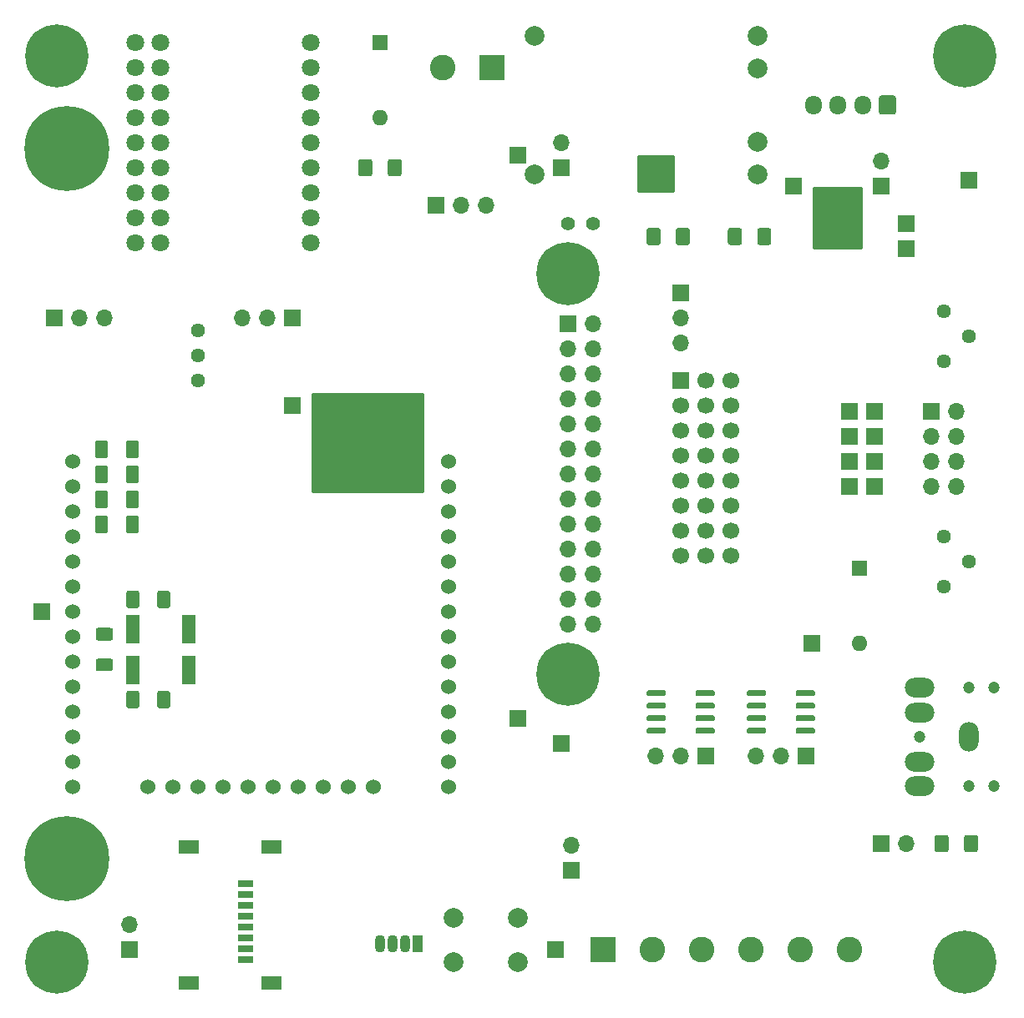
<source format=gbr>
%TF.GenerationSoftware,KiCad,Pcbnew,5.1.9*%
%TF.CreationDate,2021-01-12T21:48:28+01:00*%
%TF.ProjectId,pcb_motherboard_dev,7063625f-6d6f-4746-9865-72626f617264,rev?*%
%TF.SameCoordinates,Original*%
%TF.FileFunction,Soldermask,Top*%
%TF.FilePolarity,Negative*%
%FSLAX46Y46*%
G04 Gerber Fmt 4.6, Leading zero omitted, Abs format (unit mm)*
G04 Created by KiCad (PCBNEW 5.1.9) date 2021-01-12 21:48:28*
%MOMM*%
%LPD*%
G01*
G04 APERTURE LIST*
%ADD10R,1.700000X1.700000*%
%ADD11C,1.524000*%
%ADD12C,1.800000*%
%ADD13O,1.600000X1.600000*%
%ADD14R,1.600000X1.600000*%
%ADD15O,1.700000X1.700000*%
%ADD16C,1.200000*%
%ADD17O,3.000000X2.000000*%
%ADD18O,2.000000X3.000000*%
%ADD19C,1.700000*%
%ADD20C,2.000000*%
%ADD21C,0.800000*%
%ADD22C,6.400000*%
%ADD23C,0.900000*%
%ADD24C,8.600000*%
%ADD25C,1.440000*%
%ADD26R,1.500000X0.800000*%
%ADD27R,2.000000X1.450000*%
%ADD28C,2.600000*%
%ADD29R,2.600000X2.600000*%
%ADD30O,1.700000X1.950000*%
%ADD31O,1.070000X1.800000*%
%ADD32R,1.070000X1.800000*%
%ADD33R,1.430000X2.850000*%
%ADD34C,1.400000*%
%ADD35C,0.254000*%
%ADD36C,0.100000*%
G04 APERTURE END LIST*
D10*
%TO.C,TP22*%
X108878399Y-116641429D03*
%TD*%
%TO.C,TP6*%
X154598399Y-62031429D03*
%TD*%
%TO.C,TP4*%
X148248399Y-66476429D03*
%TD*%
%TO.C,TP1*%
X148248399Y-69016429D03*
%TD*%
D11*
%TO.C,U8*%
X101893399Y-90606429D03*
X101893399Y-93146429D03*
X101893399Y-95686429D03*
X101893399Y-98226429D03*
X101893399Y-100766429D03*
X101893399Y-103306429D03*
X101893399Y-105846429D03*
X101893399Y-108386429D03*
X101893399Y-110926429D03*
X101893399Y-113466429D03*
X101893399Y-116006429D03*
X101893399Y-118546429D03*
X101893399Y-121086429D03*
X101893399Y-123626429D03*
X94273399Y-123626429D03*
X91733399Y-123626429D03*
X89193399Y-123626429D03*
X86653399Y-123626429D03*
X84113399Y-123626429D03*
X81573399Y-123626429D03*
X79033399Y-123626429D03*
X76493399Y-123626429D03*
X73953399Y-123626429D03*
X71413399Y-123626429D03*
X63793399Y-123626429D03*
X63793399Y-121086429D03*
X63793399Y-118546429D03*
X63793399Y-116006429D03*
X63793399Y-113466429D03*
X63793399Y-110926429D03*
X63793399Y-108386429D03*
X63793399Y-105846429D03*
X63793399Y-103306429D03*
X63793399Y-100766429D03*
X63793399Y-98226429D03*
X63793399Y-95686429D03*
X63793399Y-93146429D03*
X63793399Y-90606429D03*
%TD*%
D12*
%TO.C,U10*%
X72683399Y-48061429D03*
X72683399Y-50601429D03*
X72683399Y-53141429D03*
X72683399Y-55681429D03*
X72683399Y-58221429D03*
X72683399Y-60761429D03*
X72683399Y-63301429D03*
X72683399Y-65841429D03*
X72683399Y-68381429D03*
X87923399Y-68381429D03*
X87923399Y-65841429D03*
X87923399Y-63301429D03*
X87923399Y-60761429D03*
X87923399Y-58221429D03*
X87923399Y-55681429D03*
X87923399Y-53141429D03*
X87923399Y-50601429D03*
X87923399Y-48061429D03*
X70143399Y-68381429D03*
X70143399Y-65841429D03*
X70143399Y-63301429D03*
X70143399Y-60761429D03*
X70143399Y-58221429D03*
X70143399Y-55681429D03*
X70143399Y-53141429D03*
X70143399Y-50601429D03*
X70143399Y-48061429D03*
%TD*%
D10*
%TO.C,TP21*%
X142533399Y-93146429D03*
%TD*%
%TO.C,TP20*%
X145073399Y-93146429D03*
%TD*%
%TO.C,TP19*%
X142533399Y-90606429D03*
%TD*%
%TO.C,TP18*%
X145073399Y-90606429D03*
%TD*%
%TO.C,TP17*%
X142533399Y-88066429D03*
%TD*%
%TO.C,TP16*%
X145073399Y-88066429D03*
%TD*%
%TO.C,TP15*%
X142533399Y-85526429D03*
%TD*%
%TO.C,TP14*%
X145073399Y-85526429D03*
%TD*%
%TO.C,TP12*%
X113323399Y-119181429D03*
%TD*%
%TO.C,TP11*%
X138723399Y-109021429D03*
%TD*%
%TO.C,TP10*%
X112688399Y-140136429D03*
%TD*%
%TO.C,TP9*%
X86018399Y-84891429D03*
%TD*%
%TO.C,TP8*%
X60618399Y-105846429D03*
%TD*%
%TO.C,TP5*%
X108878399Y-59491429D03*
%TD*%
%TO.C,TP3*%
X136818399Y-62666429D03*
%TD*%
%TO.C,U13*%
G36*
G01*
X137048399Y-114251429D02*
X137048399Y-113951429D01*
G75*
G02*
X137198399Y-113801429I150000J0D01*
G01*
X138848399Y-113801429D01*
G75*
G02*
X138998399Y-113951429I0J-150000D01*
G01*
X138998399Y-114251429D01*
G75*
G02*
X138848399Y-114401429I-150000J0D01*
G01*
X137198399Y-114401429D01*
G75*
G02*
X137048399Y-114251429I0J150000D01*
G01*
G37*
G36*
G01*
X137048399Y-115521429D02*
X137048399Y-115221429D01*
G75*
G02*
X137198399Y-115071429I150000J0D01*
G01*
X138848399Y-115071429D01*
G75*
G02*
X138998399Y-115221429I0J-150000D01*
G01*
X138998399Y-115521429D01*
G75*
G02*
X138848399Y-115671429I-150000J0D01*
G01*
X137198399Y-115671429D01*
G75*
G02*
X137048399Y-115521429I0J150000D01*
G01*
G37*
G36*
G01*
X137048399Y-116791429D02*
X137048399Y-116491429D01*
G75*
G02*
X137198399Y-116341429I150000J0D01*
G01*
X138848399Y-116341429D01*
G75*
G02*
X138998399Y-116491429I0J-150000D01*
G01*
X138998399Y-116791429D01*
G75*
G02*
X138848399Y-116941429I-150000J0D01*
G01*
X137198399Y-116941429D01*
G75*
G02*
X137048399Y-116791429I0J150000D01*
G01*
G37*
G36*
G01*
X137048399Y-118061429D02*
X137048399Y-117761429D01*
G75*
G02*
X137198399Y-117611429I150000J0D01*
G01*
X138848399Y-117611429D01*
G75*
G02*
X138998399Y-117761429I0J-150000D01*
G01*
X138998399Y-118061429D01*
G75*
G02*
X138848399Y-118211429I-150000J0D01*
G01*
X137198399Y-118211429D01*
G75*
G02*
X137048399Y-118061429I0J150000D01*
G01*
G37*
G36*
G01*
X132098399Y-118061429D02*
X132098399Y-117761429D01*
G75*
G02*
X132248399Y-117611429I150000J0D01*
G01*
X133898399Y-117611429D01*
G75*
G02*
X134048399Y-117761429I0J-150000D01*
G01*
X134048399Y-118061429D01*
G75*
G02*
X133898399Y-118211429I-150000J0D01*
G01*
X132248399Y-118211429D01*
G75*
G02*
X132098399Y-118061429I0J150000D01*
G01*
G37*
G36*
G01*
X132098399Y-116791429D02*
X132098399Y-116491429D01*
G75*
G02*
X132248399Y-116341429I150000J0D01*
G01*
X133898399Y-116341429D01*
G75*
G02*
X134048399Y-116491429I0J-150000D01*
G01*
X134048399Y-116791429D01*
G75*
G02*
X133898399Y-116941429I-150000J0D01*
G01*
X132248399Y-116941429D01*
G75*
G02*
X132098399Y-116791429I0J150000D01*
G01*
G37*
G36*
G01*
X132098399Y-115521429D02*
X132098399Y-115221429D01*
G75*
G02*
X132248399Y-115071429I150000J0D01*
G01*
X133898399Y-115071429D01*
G75*
G02*
X134048399Y-115221429I0J-150000D01*
G01*
X134048399Y-115521429D01*
G75*
G02*
X133898399Y-115671429I-150000J0D01*
G01*
X132248399Y-115671429D01*
G75*
G02*
X132098399Y-115521429I0J150000D01*
G01*
G37*
G36*
G01*
X132098399Y-114251429D02*
X132098399Y-113951429D01*
G75*
G02*
X132248399Y-113801429I150000J0D01*
G01*
X133898399Y-113801429D01*
G75*
G02*
X134048399Y-113951429I0J-150000D01*
G01*
X134048399Y-114251429D01*
G75*
G02*
X133898399Y-114401429I-150000J0D01*
G01*
X132248399Y-114401429D01*
G75*
G02*
X132098399Y-114251429I0J150000D01*
G01*
G37*
%TD*%
D13*
%TO.C,SW3*%
X143510000Y-109021429D03*
D14*
X143510000Y-101401429D03*
%TD*%
D15*
%TO.C,JP8*%
X133008399Y-120451429D03*
X135548399Y-120451429D03*
D10*
X138088399Y-120451429D03*
%TD*%
D16*
%TO.C,J5*%
X149598399Y-118546429D03*
X157098399Y-113546429D03*
X154598399Y-113546429D03*
X157098399Y-123546429D03*
X154598399Y-123546429D03*
D17*
X149598399Y-113546429D03*
X149598399Y-116046429D03*
X149598399Y-121046429D03*
X149598399Y-123546429D03*
D18*
X154598399Y-118546429D03*
%TD*%
D19*
%TO.C,U12*%
X130468399Y-100131429D03*
X130468399Y-97591429D03*
X130468399Y-95051429D03*
X130468399Y-92511429D03*
X130468399Y-89971429D03*
X130468399Y-87431429D03*
X130468399Y-84891429D03*
X130468399Y-82351429D03*
X127928399Y-100131429D03*
X127928399Y-97591429D03*
X127928399Y-95051429D03*
X127928399Y-92511429D03*
X127928399Y-89971429D03*
X127928399Y-87431429D03*
X127928399Y-84891429D03*
X127928399Y-82351429D03*
X125388399Y-100131429D03*
X125388399Y-97591429D03*
X125388399Y-95051429D03*
X125388399Y-92511429D03*
X125388399Y-89971429D03*
X125388399Y-87431429D03*
X125388399Y-84891429D03*
D10*
X125388399Y-82351429D03*
%TD*%
D20*
%TO.C,U3*%
X133163399Y-61411429D03*
X133163399Y-58111429D03*
X133163399Y-50711429D03*
X133163399Y-47411429D03*
X110563399Y-47411429D03*
X110563399Y-61411429D03*
%TD*%
D15*
%TO.C,TP13*%
X114300000Y-129540000D03*
D10*
X114300000Y-132080000D03*
%TD*%
D15*
%TO.C,TP7*%
X69508399Y-137596429D03*
D10*
X69508399Y-140136429D03*
%TD*%
D15*
%TO.C,TP2*%
X145708399Y-60126429D03*
D10*
X145708399Y-62666429D03*
%TD*%
D21*
%TO.C,H4*%
X155855455Y-139684373D03*
X154158399Y-138981429D03*
X152461343Y-139684373D03*
X151758399Y-141381429D03*
X152461343Y-143078485D03*
X154158399Y-143781429D03*
X155855455Y-143078485D03*
X156558399Y-141381429D03*
D22*
X154158399Y-141381429D03*
%TD*%
D21*
%TO.C,H3*%
X155855455Y-47684373D03*
X154158399Y-46981429D03*
X152461343Y-47684373D03*
X151758399Y-49381429D03*
X152461343Y-51078485D03*
X154158399Y-51781429D03*
X155855455Y-51078485D03*
X156558399Y-49381429D03*
D22*
X154158399Y-49381429D03*
%TD*%
D21*
%TO.C,H2*%
X63855455Y-47684373D03*
X62158399Y-46981429D03*
X60461343Y-47684373D03*
X59758399Y-49381429D03*
X60461343Y-51078485D03*
X62158399Y-51781429D03*
X63855455Y-51078485D03*
X64558399Y-49381429D03*
D22*
X62158399Y-49381429D03*
%TD*%
D21*
%TO.C,H8*%
X63855455Y-139684373D03*
X62158399Y-138981429D03*
X60461343Y-139684373D03*
X59758399Y-141381429D03*
X60461343Y-143078485D03*
X62158399Y-143781429D03*
X63855455Y-143078485D03*
X64558399Y-141381429D03*
D22*
X62158399Y-141381429D03*
%TD*%
D13*
%TO.C,SW2*%
X94908399Y-55681429D03*
D14*
X94908399Y-48061429D03*
%TD*%
%TO.C,D11*%
G36*
G01*
X95683399Y-61386429D02*
X95683399Y-60136429D01*
G75*
G02*
X95933399Y-59886429I250000J0D01*
G01*
X96858399Y-59886429D01*
G75*
G02*
X97108399Y-60136429I0J-250000D01*
G01*
X97108399Y-61386429D01*
G75*
G02*
X96858399Y-61636429I-250000J0D01*
G01*
X95933399Y-61636429D01*
G75*
G02*
X95683399Y-61386429I0J250000D01*
G01*
G37*
G36*
G01*
X92708399Y-61386429D02*
X92708399Y-60136429D01*
G75*
G02*
X92958399Y-59886429I250000J0D01*
G01*
X93883399Y-59886429D01*
G75*
G02*
X94133399Y-60136429I0J-250000D01*
G01*
X94133399Y-61386429D01*
G75*
G02*
X93883399Y-61636429I-250000J0D01*
G01*
X92958399Y-61636429D01*
G75*
G02*
X92708399Y-61386429I0J250000D01*
G01*
G37*
%TD*%
D15*
%TO.C,J7*%
X116498399Y-107116429D03*
X113958399Y-107116429D03*
X116498399Y-104576429D03*
X113958399Y-104576429D03*
X116498399Y-102036429D03*
X113958399Y-102036429D03*
X116498399Y-99496429D03*
X113958399Y-99496429D03*
X116498399Y-96956429D03*
X113958399Y-96956429D03*
X116498399Y-94416429D03*
X113958399Y-94416429D03*
X116498399Y-91876429D03*
X113958399Y-91876429D03*
X116498399Y-89336429D03*
X113958399Y-89336429D03*
X116498399Y-86796429D03*
X113958399Y-86796429D03*
X116498399Y-84256429D03*
X113958399Y-84256429D03*
X116498399Y-81716429D03*
X113958399Y-81716429D03*
X116498399Y-79176429D03*
X113958399Y-79176429D03*
X116498399Y-76636429D03*
D10*
X113958399Y-76636429D03*
%TD*%
D15*
%TO.C,JP4*%
X125388399Y-78541429D03*
X125388399Y-76001429D03*
D10*
X125388399Y-73461429D03*
%TD*%
D23*
%TO.C,H7*%
X65438818Y-56576010D03*
X63158399Y-55631429D03*
X60877980Y-56576010D03*
X59933399Y-58856429D03*
X60877980Y-61136848D03*
X63158399Y-62081429D03*
X65438818Y-61136848D03*
X66383399Y-58856429D03*
D24*
X63158399Y-58856429D03*
%TD*%
%TO.C,U11*%
G36*
G01*
X126888399Y-114251429D02*
X126888399Y-113951429D01*
G75*
G02*
X127038399Y-113801429I150000J0D01*
G01*
X128688399Y-113801429D01*
G75*
G02*
X128838399Y-113951429I0J-150000D01*
G01*
X128838399Y-114251429D01*
G75*
G02*
X128688399Y-114401429I-150000J0D01*
G01*
X127038399Y-114401429D01*
G75*
G02*
X126888399Y-114251429I0J150000D01*
G01*
G37*
G36*
G01*
X126888399Y-115521429D02*
X126888399Y-115221429D01*
G75*
G02*
X127038399Y-115071429I150000J0D01*
G01*
X128688399Y-115071429D01*
G75*
G02*
X128838399Y-115221429I0J-150000D01*
G01*
X128838399Y-115521429D01*
G75*
G02*
X128688399Y-115671429I-150000J0D01*
G01*
X127038399Y-115671429D01*
G75*
G02*
X126888399Y-115521429I0J150000D01*
G01*
G37*
G36*
G01*
X126888399Y-116791429D02*
X126888399Y-116491429D01*
G75*
G02*
X127038399Y-116341429I150000J0D01*
G01*
X128688399Y-116341429D01*
G75*
G02*
X128838399Y-116491429I0J-150000D01*
G01*
X128838399Y-116791429D01*
G75*
G02*
X128688399Y-116941429I-150000J0D01*
G01*
X127038399Y-116941429D01*
G75*
G02*
X126888399Y-116791429I0J150000D01*
G01*
G37*
G36*
G01*
X126888399Y-118061429D02*
X126888399Y-117761429D01*
G75*
G02*
X127038399Y-117611429I150000J0D01*
G01*
X128688399Y-117611429D01*
G75*
G02*
X128838399Y-117761429I0J-150000D01*
G01*
X128838399Y-118061429D01*
G75*
G02*
X128688399Y-118211429I-150000J0D01*
G01*
X127038399Y-118211429D01*
G75*
G02*
X126888399Y-118061429I0J150000D01*
G01*
G37*
G36*
G01*
X121938399Y-118061429D02*
X121938399Y-117761429D01*
G75*
G02*
X122088399Y-117611429I150000J0D01*
G01*
X123738399Y-117611429D01*
G75*
G02*
X123888399Y-117761429I0J-150000D01*
G01*
X123888399Y-118061429D01*
G75*
G02*
X123738399Y-118211429I-150000J0D01*
G01*
X122088399Y-118211429D01*
G75*
G02*
X121938399Y-118061429I0J150000D01*
G01*
G37*
G36*
G01*
X121938399Y-116791429D02*
X121938399Y-116491429D01*
G75*
G02*
X122088399Y-116341429I150000J0D01*
G01*
X123738399Y-116341429D01*
G75*
G02*
X123888399Y-116491429I0J-150000D01*
G01*
X123888399Y-116791429D01*
G75*
G02*
X123738399Y-116941429I-150000J0D01*
G01*
X122088399Y-116941429D01*
G75*
G02*
X121938399Y-116791429I0J150000D01*
G01*
G37*
G36*
G01*
X121938399Y-115521429D02*
X121938399Y-115221429D01*
G75*
G02*
X122088399Y-115071429I150000J0D01*
G01*
X123738399Y-115071429D01*
G75*
G02*
X123888399Y-115221429I0J-150000D01*
G01*
X123888399Y-115521429D01*
G75*
G02*
X123738399Y-115671429I-150000J0D01*
G01*
X122088399Y-115671429D01*
G75*
G02*
X121938399Y-115521429I0J150000D01*
G01*
G37*
G36*
G01*
X121938399Y-114251429D02*
X121938399Y-113951429D01*
G75*
G02*
X122088399Y-113801429I150000J0D01*
G01*
X123738399Y-113801429D01*
G75*
G02*
X123888399Y-113951429I0J-150000D01*
G01*
X123888399Y-114251429D01*
G75*
G02*
X123738399Y-114401429I-150000J0D01*
G01*
X122088399Y-114401429D01*
G75*
G02*
X121938399Y-114251429I0J150000D01*
G01*
G37*
%TD*%
D20*
%TO.C,SW1*%
X102378399Y-141406429D03*
X102378399Y-136906429D03*
X108878399Y-141406429D03*
X108878399Y-136906429D03*
%TD*%
D25*
%TO.C,RV3*%
X76493399Y-77271429D03*
X76493399Y-79811429D03*
X76493399Y-82351429D03*
%TD*%
%TO.C,RV2*%
X152058399Y-103306429D03*
X154598399Y-100766429D03*
X152058399Y-98226429D03*
%TD*%
%TO.C,RV1*%
X152058399Y-80446429D03*
X154598399Y-77906429D03*
X152058399Y-75366429D03*
%TD*%
D15*
%TO.C,JP7*%
X148248399Y-129341429D03*
D10*
X145708399Y-129341429D03*
%TD*%
D15*
%TO.C,JP6*%
X122848399Y-120451429D03*
X125388399Y-120451429D03*
D10*
X127928399Y-120451429D03*
%TD*%
D15*
%TO.C,JP5*%
X66968399Y-76001429D03*
X64428399Y-76001429D03*
D10*
X61888399Y-76001429D03*
%TD*%
D15*
%TO.C,JP3*%
X80938399Y-76001429D03*
X83478399Y-76001429D03*
D10*
X86018399Y-76001429D03*
%TD*%
D15*
%TO.C,JP2*%
X105703399Y-64571429D03*
X103163399Y-64571429D03*
D10*
X100623399Y-64571429D03*
%TD*%
%TO.C,JP1*%
X113323399Y-60761429D03*
D15*
X113323399Y-58221429D03*
%TD*%
D26*
%TO.C,J8*%
X81263399Y-135596429D03*
X81263399Y-134496429D03*
X81263399Y-133396429D03*
X81263399Y-141096429D03*
X81263399Y-139996429D03*
X81263399Y-138896429D03*
X81263399Y-137796429D03*
X81263399Y-136696429D03*
D27*
X75563399Y-129726429D03*
X75563399Y-143476429D03*
X83863399Y-129726429D03*
X83863399Y-143476429D03*
%TD*%
D28*
%TO.C,J6*%
X142533399Y-140136429D03*
X137533399Y-140136429D03*
X132533399Y-140136429D03*
X127533399Y-140136429D03*
X122533399Y-140136429D03*
D29*
X117533399Y-140136429D03*
%TD*%
D15*
%TO.C,J4*%
X153328399Y-93146429D03*
X150788399Y-93146429D03*
X153328399Y-90606429D03*
X150788399Y-90606429D03*
X153328399Y-88066429D03*
X150788399Y-88066429D03*
X153328399Y-85526429D03*
D10*
X150788399Y-85526429D03*
%TD*%
D30*
%TO.C,J2*%
X138843399Y-54411429D03*
X141343399Y-54411429D03*
X143843399Y-54411429D03*
G36*
G01*
X147193399Y-53686429D02*
X147193399Y-55136429D01*
G75*
G02*
X146943399Y-55386429I-250000J0D01*
G01*
X145743399Y-55386429D01*
G75*
G02*
X145493399Y-55136429I0J250000D01*
G01*
X145493399Y-53686429D01*
G75*
G02*
X145743399Y-53436429I250000J0D01*
G01*
X146943399Y-53436429D01*
G75*
G02*
X147193399Y-53686429I0J-250000D01*
G01*
G37*
%TD*%
D28*
%TO.C,J1*%
X101258399Y-50601429D03*
D29*
X106258399Y-50601429D03*
%TD*%
%TO.C,D10*%
G36*
G01*
X154103399Y-129966429D02*
X154103399Y-128716429D01*
G75*
G02*
X154353399Y-128466429I250000J0D01*
G01*
X155278399Y-128466429D01*
G75*
G02*
X155528399Y-128716429I0J-250000D01*
G01*
X155528399Y-129966429D01*
G75*
G02*
X155278399Y-130216429I-250000J0D01*
G01*
X154353399Y-130216429D01*
G75*
G02*
X154103399Y-129966429I0J250000D01*
G01*
G37*
G36*
G01*
X151128399Y-129966429D02*
X151128399Y-128716429D01*
G75*
G02*
X151378399Y-128466429I250000J0D01*
G01*
X152303399Y-128466429D01*
G75*
G02*
X152553399Y-128716429I0J-250000D01*
G01*
X152553399Y-129966429D01*
G75*
G02*
X152303399Y-130216429I-250000J0D01*
G01*
X151378399Y-130216429D01*
G75*
G02*
X151128399Y-129966429I0J250000D01*
G01*
G37*
%TD*%
D31*
%TO.C,D9*%
X94908399Y-139501429D03*
X96178399Y-139501429D03*
X97448399Y-139501429D03*
D32*
X98718399Y-139501429D03*
%TD*%
%TO.C,D8*%
G36*
G01*
X124893399Y-68371429D02*
X124893399Y-67121429D01*
G75*
G02*
X125143399Y-66871429I250000J0D01*
G01*
X126068399Y-66871429D01*
G75*
G02*
X126318399Y-67121429I0J-250000D01*
G01*
X126318399Y-68371429D01*
G75*
G02*
X126068399Y-68621429I-250000J0D01*
G01*
X125143399Y-68621429D01*
G75*
G02*
X124893399Y-68371429I0J250000D01*
G01*
G37*
G36*
G01*
X121918399Y-68371429D02*
X121918399Y-67121429D01*
G75*
G02*
X122168399Y-66871429I250000J0D01*
G01*
X123093399Y-66871429D01*
G75*
G02*
X123343399Y-67121429I0J-250000D01*
G01*
X123343399Y-68371429D01*
G75*
G02*
X123093399Y-68621429I-250000J0D01*
G01*
X122168399Y-68621429D01*
G75*
G02*
X121918399Y-68371429I0J250000D01*
G01*
G37*
%TD*%
%TO.C,D7*%
G36*
G01*
X131598399Y-67121429D02*
X131598399Y-68371429D01*
G75*
G02*
X131348399Y-68621429I-250000J0D01*
G01*
X130423399Y-68621429D01*
G75*
G02*
X130173399Y-68371429I0J250000D01*
G01*
X130173399Y-67121429D01*
G75*
G02*
X130423399Y-66871429I250000J0D01*
G01*
X131348399Y-66871429D01*
G75*
G02*
X131598399Y-67121429I0J-250000D01*
G01*
G37*
G36*
G01*
X134573399Y-67121429D02*
X134573399Y-68371429D01*
G75*
G02*
X134323399Y-68621429I-250000J0D01*
G01*
X133398399Y-68621429D01*
G75*
G02*
X133148399Y-68371429I0J250000D01*
G01*
X133148399Y-67121429D01*
G75*
G02*
X133398399Y-66871429I250000J0D01*
G01*
X134323399Y-66871429D01*
G75*
G02*
X134573399Y-67121429I0J-250000D01*
G01*
G37*
%TD*%
D21*
%TO.C,H6*%
X115655455Y-69859373D03*
X113958399Y-69156429D03*
X112261343Y-69859373D03*
X111558399Y-71556429D03*
X112261343Y-73253485D03*
X113958399Y-73956429D03*
X115655455Y-73253485D03*
X116358399Y-71556429D03*
D22*
X113958399Y-71556429D03*
%TD*%
D21*
%TO.C,H5*%
X115655455Y-110499373D03*
X113958399Y-109796429D03*
X112261343Y-110499373D03*
X111558399Y-112196429D03*
X112261343Y-113893485D03*
X113958399Y-114596429D03*
X115655455Y-113893485D03*
X116358399Y-112196429D03*
D22*
X113958399Y-112196429D03*
%TD*%
%TO.C,C20*%
G36*
G01*
X69138399Y-89986432D02*
X69138399Y-88686426D01*
G75*
G02*
X69388396Y-88436429I249997J0D01*
G01*
X70213402Y-88436429D01*
G75*
G02*
X70463399Y-88686426I0J-249997D01*
G01*
X70463399Y-89986432D01*
G75*
G02*
X70213402Y-90236429I-249997J0D01*
G01*
X69388396Y-90236429D01*
G75*
G02*
X69138399Y-89986432I0J249997D01*
G01*
G37*
G36*
G01*
X66013399Y-89986432D02*
X66013399Y-88686426D01*
G75*
G02*
X66263396Y-88436429I249997J0D01*
G01*
X67088402Y-88436429D01*
G75*
G02*
X67338399Y-88686426I0J-249997D01*
G01*
X67338399Y-89986432D01*
G75*
G02*
X67088402Y-90236429I-249997J0D01*
G01*
X66263396Y-90236429D01*
G75*
G02*
X66013399Y-89986432I0J249997D01*
G01*
G37*
%TD*%
%TO.C,C16*%
G36*
G01*
X69138399Y-92526432D02*
X69138399Y-91226426D01*
G75*
G02*
X69388396Y-90976429I249997J0D01*
G01*
X70213402Y-90976429D01*
G75*
G02*
X70463399Y-91226426I0J-249997D01*
G01*
X70463399Y-92526432D01*
G75*
G02*
X70213402Y-92776429I-249997J0D01*
G01*
X69388396Y-92776429D01*
G75*
G02*
X69138399Y-92526432I0J249997D01*
G01*
G37*
G36*
G01*
X66013399Y-92526432D02*
X66013399Y-91226426D01*
G75*
G02*
X66263396Y-90976429I249997J0D01*
G01*
X67088402Y-90976429D01*
G75*
G02*
X67338399Y-91226426I0J-249997D01*
G01*
X67338399Y-92526432D01*
G75*
G02*
X67088402Y-92776429I-249997J0D01*
G01*
X66263396Y-92776429D01*
G75*
G02*
X66013399Y-92526432I0J249997D01*
G01*
G37*
%TD*%
D33*
%TO.C,Y1*%
X69868399Y-107581429D03*
X75498399Y-107581429D03*
X75498399Y-111731429D03*
X69868399Y-111731429D03*
%TD*%
D34*
%TO.C,J13*%
X113958399Y-66476429D03*
X116498399Y-66476429D03*
%TD*%
%TO.C,C14*%
G36*
G01*
X66013399Y-95066432D02*
X66013399Y-93766426D01*
G75*
G02*
X66263396Y-93516429I249997J0D01*
G01*
X67088402Y-93516429D01*
G75*
G02*
X67338399Y-93766426I0J-249997D01*
G01*
X67338399Y-95066432D01*
G75*
G02*
X67088402Y-95316429I-249997J0D01*
G01*
X66263396Y-95316429D01*
G75*
G02*
X66013399Y-95066432I0J249997D01*
G01*
G37*
G36*
G01*
X69138399Y-95066432D02*
X69138399Y-93766426D01*
G75*
G02*
X69388396Y-93516429I249997J0D01*
G01*
X70213402Y-93516429D01*
G75*
G02*
X70463399Y-93766426I0J-249997D01*
G01*
X70463399Y-95066432D01*
G75*
G02*
X70213402Y-95316429I-249997J0D01*
G01*
X69388396Y-95316429D01*
G75*
G02*
X69138399Y-95066432I0J249997D01*
G01*
G37*
%TD*%
%TO.C,C15*%
G36*
G01*
X69138399Y-97606432D02*
X69138399Y-96306426D01*
G75*
G02*
X69388396Y-96056429I249997J0D01*
G01*
X70213402Y-96056429D01*
G75*
G02*
X70463399Y-96306426I0J-249997D01*
G01*
X70463399Y-97606432D01*
G75*
G02*
X70213402Y-97856429I-249997J0D01*
G01*
X69388396Y-97856429D01*
G75*
G02*
X69138399Y-97606432I0J249997D01*
G01*
G37*
G36*
G01*
X66013399Y-97606432D02*
X66013399Y-96306426D01*
G75*
G02*
X66263396Y-96056429I249997J0D01*
G01*
X67088402Y-96056429D01*
G75*
G02*
X67338399Y-96306426I0J-249997D01*
G01*
X67338399Y-97606432D01*
G75*
G02*
X67088402Y-97856429I-249997J0D01*
G01*
X66263396Y-97856429D01*
G75*
G02*
X66013399Y-97606432I0J249997D01*
G01*
G37*
%TD*%
%TO.C,C18*%
G36*
G01*
X73638399Y-103926426D02*
X73638399Y-105226432D01*
G75*
G02*
X73388402Y-105476429I-249997J0D01*
G01*
X72563396Y-105476429D01*
G75*
G02*
X72313399Y-105226432I0J249997D01*
G01*
X72313399Y-103926426D01*
G75*
G02*
X72563396Y-103676429I249997J0D01*
G01*
X73388402Y-103676429D01*
G75*
G02*
X73638399Y-103926426I0J-249997D01*
G01*
G37*
G36*
G01*
X70513399Y-103926426D02*
X70513399Y-105226432D01*
G75*
G02*
X70263402Y-105476429I-249997J0D01*
G01*
X69438396Y-105476429D01*
G75*
G02*
X69188399Y-105226432I0J249997D01*
G01*
X69188399Y-103926426D01*
G75*
G02*
X69438396Y-103676429I249997J0D01*
G01*
X70263402Y-103676429D01*
G75*
G02*
X70513399Y-103926426I0J-249997D01*
G01*
G37*
%TD*%
%TO.C,C19*%
G36*
G01*
X69188399Y-115386432D02*
X69188399Y-114086426D01*
G75*
G02*
X69438396Y-113836429I249997J0D01*
G01*
X70263402Y-113836429D01*
G75*
G02*
X70513399Y-114086426I0J-249997D01*
G01*
X70513399Y-115386432D01*
G75*
G02*
X70263402Y-115636429I-249997J0D01*
G01*
X69438396Y-115636429D01*
G75*
G02*
X69188399Y-115386432I0J249997D01*
G01*
G37*
G36*
G01*
X72313399Y-115386432D02*
X72313399Y-114086426D01*
G75*
G02*
X72563396Y-113836429I249997J0D01*
G01*
X73388402Y-113836429D01*
G75*
G02*
X73638399Y-114086426I0J-249997D01*
G01*
X73638399Y-115386432D01*
G75*
G02*
X73388402Y-115636429I-249997J0D01*
G01*
X72563396Y-115636429D01*
G75*
G02*
X72313399Y-115386432I0J249997D01*
G01*
G37*
%TD*%
%TO.C,R37*%
G36*
G01*
X67593400Y-108756429D02*
X66343398Y-108756429D01*
G75*
G02*
X66093399Y-108506430I0J249999D01*
G01*
X66093399Y-107706428D01*
G75*
G02*
X66343398Y-107456429I249999J0D01*
G01*
X67593400Y-107456429D01*
G75*
G02*
X67843399Y-107706428I0J-249999D01*
G01*
X67843399Y-108506430D01*
G75*
G02*
X67593400Y-108756429I-249999J0D01*
G01*
G37*
G36*
G01*
X67593400Y-111856429D02*
X66343398Y-111856429D01*
G75*
G02*
X66093399Y-111606430I0J249999D01*
G01*
X66093399Y-110806428D01*
G75*
G02*
X66343398Y-110556429I249999J0D01*
G01*
X67593400Y-110556429D01*
G75*
G02*
X67843399Y-110806428I0J-249999D01*
G01*
X67843399Y-111606430D01*
G75*
G02*
X67593400Y-111856429I-249999J0D01*
G01*
G37*
%TD*%
D23*
%TO.C,H1*%
X65438818Y-128576010D03*
X63158399Y-127631429D03*
X60877980Y-128576010D03*
X59933399Y-130856429D03*
X60877980Y-133136848D03*
X63158399Y-134081429D03*
X65438818Y-133136848D03*
X66383399Y-130856429D03*
D24*
X63158399Y-130856429D03*
%TD*%
D35*
X143676399Y-68889429D02*
X138850399Y-68889429D01*
X138850399Y-62793429D01*
X143676399Y-62793429D01*
X143676399Y-68889429D01*
D36*
G36*
X143676399Y-68889429D02*
G01*
X138850399Y-68889429D01*
X138850399Y-62793429D01*
X143676399Y-62793429D01*
X143676399Y-68889429D01*
G37*
D35*
X124626399Y-63174429D02*
X121070399Y-63174429D01*
X121070399Y-59618429D01*
X124626399Y-59618429D01*
X124626399Y-63174429D01*
D36*
G36*
X124626399Y-63174429D02*
G01*
X121070399Y-63174429D01*
X121070399Y-59618429D01*
X124626399Y-59618429D01*
X124626399Y-63174429D01*
G37*
D35*
X99226399Y-93654429D02*
X88050399Y-93654429D01*
X88050399Y-83748429D01*
X99226399Y-83748429D01*
X99226399Y-93654429D01*
D36*
G36*
X99226399Y-93654429D02*
G01*
X88050399Y-93654429D01*
X88050399Y-83748429D01*
X99226399Y-83748429D01*
X99226399Y-93654429D01*
G37*
M02*

</source>
